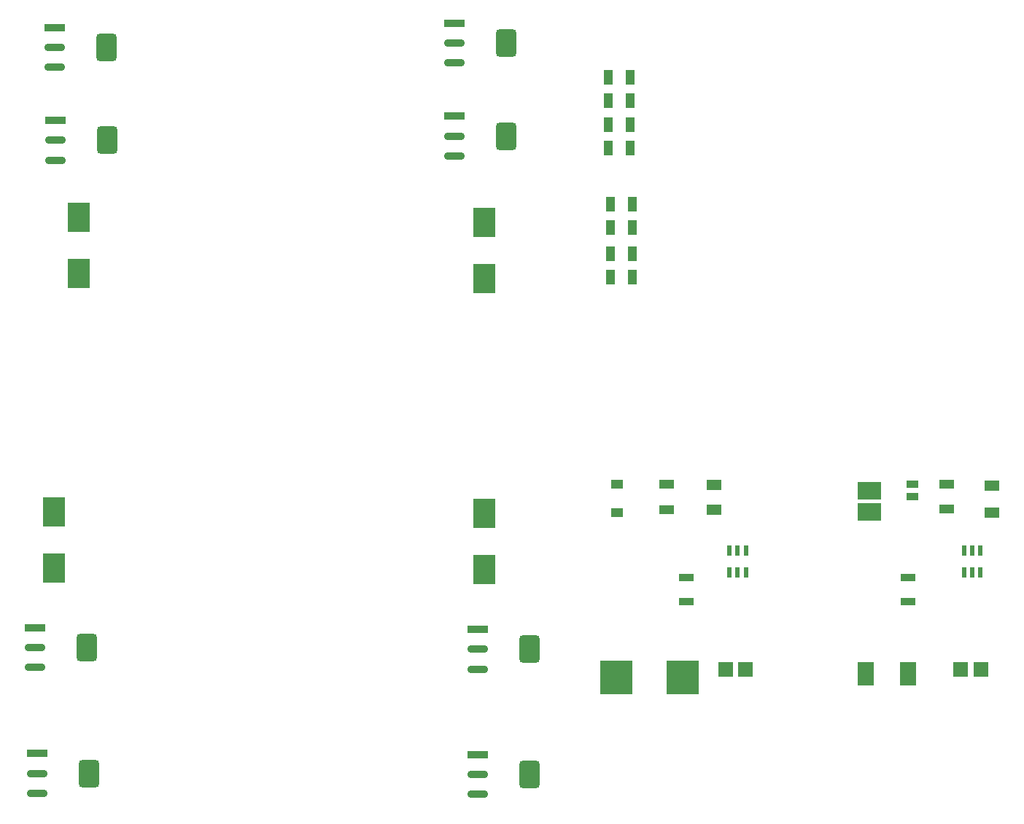
<source format=gtp>
G04*
G04 #@! TF.GenerationSoftware,Altium Limited,Altium Designer,25.2.1 (25)*
G04*
G04 Layer_Color=8421504*
%FSLAX44Y44*%
%MOMM*%
G71*
G04*
G04 #@! TF.SameCoordinates,E4EDD719-2FE0-4279-8059-04D131320F8D*
G04*
G04*
G04 #@! TF.FilePolarity,Positive*
G04*
G01*
G75*
%ADD16R,3.8500X4.0000*%
%ADD17R,0.6000X1.2500*%
%ADD18R,1.7000X1.1000*%
%ADD19R,1.8000X1.3000*%
%ADD20R,2.5000X3.5000*%
G04:AMPARAMS|DCode=21|XSize=2.4036mm|YSize=3.2121mm|CornerRadius=0.4567mm|HoleSize=0mm|Usage=FLASHONLY|Rotation=0.000|XOffset=0mm|YOffset=0mm|HoleType=Round|Shape=RoundedRectangle|*
%AMROUNDEDRECTD21*
21,1,2.4036,2.2988,0,0,0.0*
21,1,1.4902,3.2121,0,0,0.0*
1,1,0.9134,0.7451,-1.1494*
1,1,0.9134,-0.7451,-1.1494*
1,1,0.9134,-0.7451,1.1494*
1,1,0.9134,0.7451,1.1494*
%
%ADD21ROUNDEDRECTD21*%
G04:AMPARAMS|DCode=22|XSize=2.4036mm|YSize=0.9121mm|CornerRadius=0.4561mm|HoleSize=0mm|Usage=FLASHONLY|Rotation=0.000|XOffset=0mm|YOffset=0mm|HoleType=Round|Shape=RoundedRectangle|*
%AMROUNDEDRECTD22*
21,1,2.4036,0.0000,0,0,0.0*
21,1,1.4915,0.9121,0,0,0.0*
1,1,0.9121,0.7457,0.0000*
1,1,0.9121,-0.7457,0.0000*
1,1,0.9121,-0.7457,0.0000*
1,1,0.9121,0.7457,0.0000*
%
%ADD22ROUNDEDRECTD22*%
%ADD23R,2.4036X0.9121*%
%ADD24R,1.0557X1.6582*%
%ADD25R,1.9050X2.7900*%
%ADD26R,2.8062X2.1029*%
%ADD27R,1.7582X1.1561*%
%ADD28R,1.3500X1.1000*%
%ADD29R,1.7540X1.8062*%
%ADD30R,1.7000X0.9500*%
%ADD31R,1.3500X0.9500*%
D16*
X795750Y640000D02*
D03*
X719250D02*
D03*
D17*
X850500Y787500D02*
D03*
X860000D02*
D03*
X869500D02*
D03*
Y762500D02*
D03*
X860000D02*
D03*
X850500D02*
D03*
X1123000D02*
D03*
X1132500D02*
D03*
X1142000D02*
D03*
Y787500D02*
D03*
X1132500D02*
D03*
X1123000D02*
D03*
D18*
X777500Y835500D02*
D03*
Y864500D02*
D03*
X1102500Y836000D02*
D03*
Y865000D02*
D03*
D19*
X1155000Y863000D02*
D03*
Y832000D02*
D03*
D20*
X566000Y830500D02*
D03*
Y765500D02*
D03*
X95000Y1174500D02*
D03*
Y1109500D02*
D03*
X566000Y1168500D02*
D03*
Y1103500D02*
D03*
X66000Y832500D02*
D03*
Y767500D02*
D03*
D21*
X618003Y528000D02*
D03*
X127003Y1372000D02*
D03*
X128003Y1264000D02*
D03*
X591003Y1269000D02*
D03*
Y1377000D02*
D03*
X104003Y675000D02*
D03*
X618003Y673000D02*
D03*
X107006Y529000D02*
D03*
D22*
X557997Y505000D02*
D03*
Y528000D02*
D03*
X66997Y1372000D02*
D03*
Y1349000D02*
D03*
X67997Y1241000D02*
D03*
Y1264000D02*
D03*
X530997Y1246000D02*
D03*
Y1269000D02*
D03*
Y1354000D02*
D03*
Y1377000D02*
D03*
X43997Y652000D02*
D03*
Y675000D02*
D03*
X557997Y673000D02*
D03*
Y650000D02*
D03*
X47000Y506000D02*
D03*
Y529000D02*
D03*
D23*
X557997Y551000D02*
D03*
X66997Y1395000D02*
D03*
X67997Y1287000D02*
D03*
X530997Y1292000D02*
D03*
Y1400000D02*
D03*
X43997Y698000D02*
D03*
X557997Y696000D02*
D03*
X47000Y552000D02*
D03*
D24*
X712238Y1162500D02*
D03*
X737762D02*
D03*
X735262Y1310000D02*
D03*
X709738D02*
D03*
X735262Y1337500D02*
D03*
X709738D02*
D03*
X735262Y1282500D02*
D03*
X709738D02*
D03*
X735262Y1255000D02*
D03*
X709738D02*
D03*
X737762Y1190000D02*
D03*
X712238D02*
D03*
Y1132500D02*
D03*
X737762D02*
D03*
X712238Y1105000D02*
D03*
X737762D02*
D03*
D25*
X1008990Y645000D02*
D03*
X1057500D02*
D03*
D26*
X1012500Y857500D02*
D03*
Y832488D02*
D03*
D27*
X832500Y863522D02*
D03*
Y835000D02*
D03*
D28*
X720000Y832000D02*
D03*
Y865000D02*
D03*
D29*
X1118978Y650000D02*
D03*
X1142500D02*
D03*
X845739D02*
D03*
X869261D02*
D03*
D30*
X800000Y728500D02*
D03*
Y756500D02*
D03*
X1057500Y728500D02*
D03*
Y756500D02*
D03*
D31*
X1062500Y850000D02*
D03*
Y865000D02*
D03*
M02*

</source>
